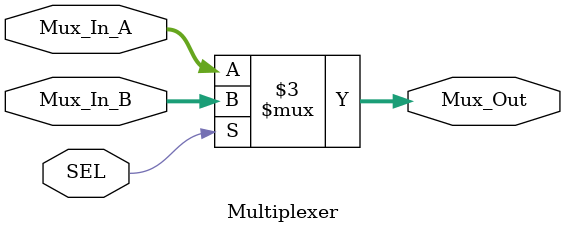
<source format=v>
`timescale 1ns / 1ps

module Multiplexer #(parameter INPUTA = 32,
										 INPUTB = 32,
										 OUTPUT = 32)
	 (
    input [INPUTA - 1:0] Mux_In_A,
    input [INPUTB - 1:0] Mux_In_B,
	 input SEL,
    output reg[OUTPUT - 1:0] Mux_Out
    );

always @* begin
	if(SEL)
		Mux_Out <= Mux_In_B;
	else
		Mux_Out <= Mux_In_A;
end

endmodule

</source>
